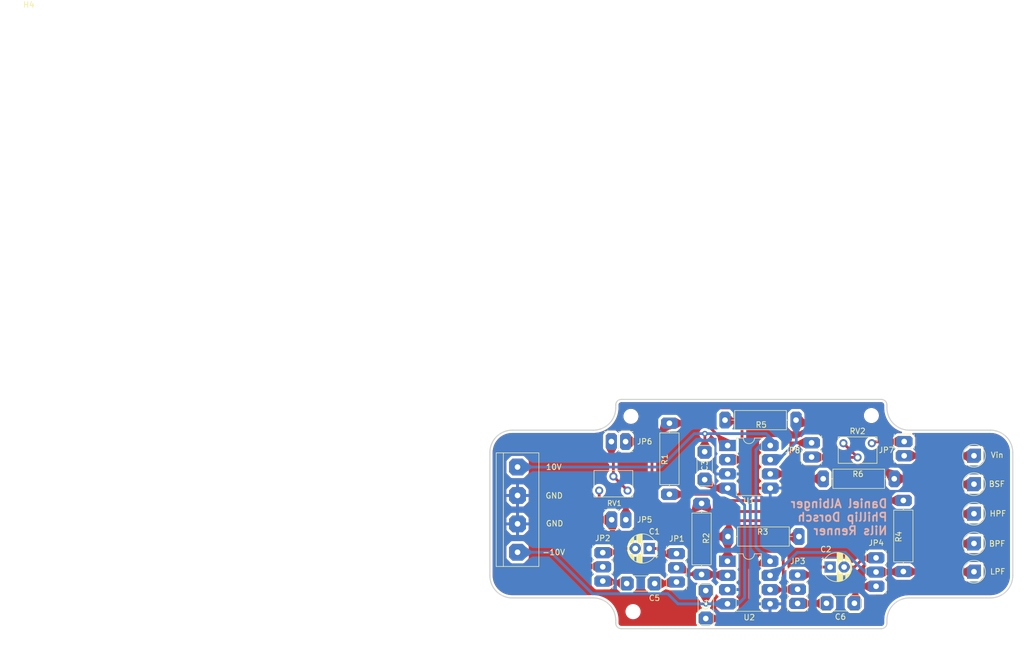
<source format=kicad_pcb>
(kicad_pcb (version 20241229) (generator "pcbnew") (generator_version "9.0")
  (layers (0 "F.Cu" signal) (2 "B.Cu" signal) (13 "F.Paste" user) (15 "B.Paste" user) (5 "F.SilkS" user "F.Silkscreen") (7 "B.SilkS" user "B.Silkscreen") (1 "F.Mask" user) (3 "B.Mask" user) (25 "Edge.Cuts" user))
  (net 0 "")
  (net 1 "/BPF")
  (net 2 "/LPF")
  (net 3 "GND")
  (net 4 "Net-(JP1-A)")
  (net 5 "Net-(JP2-A)")
  (net 6 "Net-(JP2-B)")
  (net 7 "Net-(JP3-B)")
  (net 8 "Vin")
  (net 9 "/HPF")
  (net 10 "/BSF")
  (net 11 "Net-(U1A--)")
  (net 12 "Net-(JP4-B)")
  (net 13 "Net-(JP3-A)")
  (net 14 "Net-(JP1-B)")
  (net 15 "Net-(JP4-A)")
  (net 16 "Net-(JP1-C)")
  (net 17 "Net-(JP3-C)")
  (net 18 "Net-(JP5-A)")
  (net 19 "Net-(JP6-A)")
  (net 20 "Net-(JP6-B)")
  (net 21 "Net-(JP7-B)")
  (net 22 "Net-(JP8-B)")
  (net 23 "+10")
  (net 24 "-10")
  (footprint "000_Footprints:Connector 3 Pin 2,54mm" (layer "F.Cu") (at 117.99 99.96 -90)
    (property "Reference" "JP1" (at -5.2 -0.05 0) (layer "F.SilkS"))
    (property "Value" "SolderJumper_3_Bridged123" (hide yes))
    (pad "1" thru_hole roundrect (at -2.54 0) (size 3 2) (drill 1) (layers "*.Cu" "*.Mask") (roundrect_rratio 0) (chamfer_ratio 0.2) (chamfer top_left top_right bottom_left bottom_right) (net 4 "Net-(JP1-A)"))
    (pad "2" thru_hole roundrect (at 0 0) (size 3 2) (drill 1) (layers "*.Cu" "*.Mask") (roundrect_rratio 0) (chamfer_ratio 0.2) (chamfer top_left top_right bottom_left bottom_right) (net 16 "Net-(JP1-C)"))
    (pad "3" thru_hole roundrect (at 2.54 0) (size 3 2) (drill 1) (layers "*.Cu" "*.Mask") (roundrect_rratio 0) (chamfer_ratio 0.2) (chamfer top_left top_right bottom_left bottom_right) (net 14 "Net-(JP1-B)"))
  )
  (footprint "000_Footprints:Connector 3 Pin 2,54mm" (layer "F.Cu") (at 139.65 103.795 -90)
    (property "Reference" "JP3" (at -5.015 -0.03 0) (layer "F.SilkS"))
    (property "Value" "SolderJumper_3_Bridged123" (hide yes))
    (pad "1" thru_hole roundrect (at -2.54 0) (size 3 2) (drill 1) (layers "*.Cu" "*.Mask") (roundrect_rratio 0) (chamfer_ratio 0.2) (chamfer top_left top_right bottom_left bottom_right) (net 13 "Net-(JP3-A)"))
    (pad "2" thru_hole roundrect (at 0 0) (size 3 2) (drill 1) (layers "*.Cu" "*.Mask") (roundrect_rratio 0) (chamfer_ratio 0.2) (chamfer top_left top_right bottom_left bottom_right) (net 17 "Net-(JP3-C)"))
    (pad "3" thru_hole roundrect (at 2.54 0) (size 3 2) (drill 1) (layers "*.Cu" "*.Mask") (roundrect_rratio 0) (chamfer_ratio 0.2) (chamfer top_left top_right bottom_left bottom_right) (net 7 "Net-(JP3-B)"))
  )
  (footprint "000_Footprints:DIP 8" (layer "F.Cu") (at 127.1075 98.78)
    (property "Reference" "U2" (hide yes))
    (property "Value" "TL082" (hide yes))
    (fp_text user "${REFERENCE}" (at 3.9025 10.043 0) (layer "F.SilkS"))
    (pad "1" thru_hole roundrect (at 0 0) (size 3 2) (drill 1) (layers "*.Cu" "*.Mask") (roundrect_rratio 0) (chamfer_ratio 0.2) (chamfer) (net 1 "/BPF"))
    (pad "2" thru_hole roundrect (at 0 2.54) (size 3 2) (drill 1) (layers "*.Cu" "*.Mask") (roundrect_rratio 0) (chamfer_ratio 0.2) (chamfer top_left top_right bottom_left bottom_right) (net 16 "Net-(JP1-C)"))
    (pad "3" thru_hole roundrect (at 0 5.08) (size 3 2) (drill 1) (layers "*.Cu" "*.Mask") (roundrect_rratio 0) (chamfer_ratio 0.2) (chamfer top_left top_right bottom_left bottom_right) (net 3 "GND"))
    (pad "4" thru_hole roundrect (at 0 7.62) (size 3 2) (drill 1) (layers "*.Cu" "*.Mask") (roundrect_rratio 0) (chamfer_ratio 0.2) (chamfer top_left top_right bottom_left bottom_right) (net 24 "-10"))
    (pad "5" thru_hole roundrect (at 7.62 7.62) (size 3 2) (drill 1) (layers "*.Cu" "*.Mask") (roundrect_rratio 0) (chamfer_ratio 0.2) (chamfer top_left top_right bottom_left bottom_right) (net 3 "GND"))
    (pad "6" thru_hole roundrect (at 7.62 5.08) (size 3 2) (drill 1) (layers "*.Cu" "*.Mask") (roundrect_rratio 0) (chamfer_ratio 0.2) (chamfer top_left top_right bottom_left bottom_right) (net 17 "Net-(JP3-C)"))
    (pad "7" thru_hole roundrect (at 7.62 2.54) (size 3 2) (drill 1) (layers "*.Cu" "*.Mask") (roundrect_rratio 0) (chamfer_ratio 0.2) (chamfer top_left top_right bottom_left bottom_right) (net 2 "/LPF"))
    (pad "8" thru_hole roundrect (at 7.62 0) (size 3 2) (drill 1) (layers "*.Cu" "*.Mask") (roundrect_rratio 0) (chamfer_ratio 0.2) (chamfer top_left top_right bottom_left bottom_right) (net 23 "+10"))
  )
  (footprint "000_Footprints:Resistor" (layer "F.Cu") (at 139.37 73.55 180)
    (property "Reference" "R5" (hide yes))
    (property "Value" "{RCOM}" (hide yes))
    (fp_text user "${REFERENCE}" (at 6.223 -0.8382 0) (layer "F.SilkS"))
    (pad "1" thru_hole roundrect (at 0 0 180) (size 2 3) (drill 1) (layers "*.Cu" "*.Mask") (roundrect_rratio 0) (chamfer_ratio 0.2) (chamfer top_left top_right bottom_left bottom_right) (net 10 "/BSF"))
    (pad "2" thru_hole roundrect (at 12.7 0 180) (size 2 3) (drill 1) (layers "*.Cu" "*.Mask") (roundrect_rratio 0) (chamfer_ratio 0.2) (chamfer top_left top_right bottom_left bottom_right) (net 11 "Net-(U1A--)"))
  )
  (footprint "000_Footprints:TestPoint" (layer "F.Cu") (at 171.19 95.61)
    (property "Reference" "TP1" (hide yes))
    (property "Value" "BPF" (at 4.14 0.04 0) (layer "F.SilkS"))
    (pad "1" thru_hole roundrect (at 0 0) (size 2.5 2.5) (drill 1) (layers "*.Cu" "*.Mask") (roundrect_rratio 0) (chamfer_ratio 0.2) (chamfer top_left bottom_right) (net 1 "/BPF"))
  )
  (footprint "000_Footprints:100nF" (layer "F.Cu") (at 123.23 109.03 90)
    (property "Reference" "C4" (hide yes))
    (property "Value" "100n" (hide yes))
    (fp_text user "${REFERENCE}" (at 2.5 0 90) (layer "F.SilkS"))
    (pad "1" thru_hole roundrect (at 0 0 90) (size 2.5 2.5) (drill 1) (layers "*.Cu" "*.Mask") (roundrect_rratio 0) (chamfer_ratio 0.2) (chamfer top_left top_right bottom_left bottom_right) (net 23 "+10"))
    (pad "2" thru_hole roundrect (at 5 0 90) (size 2.5 2.5) (drill 1) (layers "*.Cu" "*.Mask") (roundrect_rratio 0) (chamfer_ratio 0.2) (chamfer top_left top_right bottom_left bottom_right) (net 24 "-10"))
  )
  (footprint "000_Footprints:1-10uF" (layer "F.Cu") (at 113.125113 96.51 180)
    (property "Reference" "C1" (at -0.914887 3.04 0) (layer "F.SilkS"))
    (property "Value" "{CCOM}" (hide yes))
    (pad "1" thru_hole rect (at 0 0 180) (size 2 2) (drill 1) (layers "*.Cu" "*.Mask") (net 4 "Net-(JP1-A)"))
    (pad "2" thru_hole circle (at 2.5 0 180) (size 2 2) (drill 1) (layers "*.Cu" "*.Mask") (net 6 "Net-(JP2-B)"))
  )
  (footprint "000_Footprints:Terminal 4 Pol" (layer "F.Cu") (at 89.57 81.94 -90)
    (property "Reference" "J1" (hide yes))
    (property "Value" "Screw_Terminal_01x04" (hide yes))
    (property "Field4" "10V" (at 0 -6.49 0) (layer "F.SilkS"))
    (property "Field5" "GND" (at 10.1 -6.63 0) (layer "F.SilkS"))
    (property "Field6" "GND" (at 5.12 -6.55 0) (layer "F.SilkS"))
    (property "Field7" "-10V" (at 15.24 -6.48 0) (layer "F.SilkS"))
    (pad "1" thru_hole roundrect (at 0 0 270) (size 3 3) (drill 1) (layers "*.Cu" "*.Mask") (roundrect_rratio 0) (chamfer_ratio 0.2) (chamfer top_left top_right bottom_left bottom_right) (net 23 "+10"))
    (pad "2" thru_hole roundrect (at 5.08 0 270) (size 3 3) (drill 1) (layers "*.Cu" "*.Mask") (roundrect_rratio 0) (chamfer_ratio 0.2) (chamfer top_left top_right bottom_left bottom_right) (net 3 "GND"))
    (pad "3" thru_hole roundrect (at 10.16 0 270) (size 3 3) (drill 1) (layers "*.Cu" "*.Mask") (roundrect_rratio 0) (chamfer_ratio 0.2) (chamfer top_left top_right bottom_left bottom_right) (net 3 "GND"))
    (pad "4" thru_hole roundrect (at 15.24 0 270) (size 3 3) (drill 1) (layers "*.Cu" "*.Mask") (roundrect_rratio 0) (chamfer_ratio 0.2) (chamfer top_left top_right bottom_left bottom_right) (net 24 "-10"))
  )
  (footprint "MountingHole:MountingHole_2.2mm_M2_DIN965" (layer "F.Cu") (at 110.23 107.8)
    (property "Reference" "H3" (hide yes))
    (property "Value" "MountingHole" (hide yes))
    (pad "" np_thru_hole circle (at 0 0) (size 2.2 2.2) (drill 2.2) (layers "*.Cu" "*.Mask"))
  )
  (footprint "000_Footprints:Connector 2 Pin 2.54mm" (layer "F.Cu") (at 106.351638 77.391595 90)
    (property "Reference" "JP6" (at 0 5.938362 180) (layer "F.SilkS"))
    (property "Value" "Jumper_2_Small_Bridged" (hide yes))
    (pad "1" thru_hole roundrect (at 0 0 90) (size 3 2) (drill 1) (layers "*.Cu" "*.Mask") (roundrect_rratio 0) (chamfer_ratio 0.2) (chamfer top_left top_right bottom_left bottom_right) (net 19 "Net-(JP6-A)"))
    (pad "2" thru_hole roundrect (at 0 2.54 90) (size 3 2) (drill 1) (layers "*.Cu" "*.Mask") (roundrect_rratio 0) (chamfer_ratio 0.2) (chamfer top_left top_right bottom_left bottom_right) (net 20 "Net-(JP6-B)"))
  )
  (footprint "Potentiometer_THT:Potentiometer_Bourns_3266W_Vertical" (layer "F.Cu") (at 104.17 86.15 180)
    (property "Reference" "RV1" (hide yes))
    (property "Value" "10k")
    (fp_text user "${REFERENCE}" (at -2.71 -2.28 0) (layer "F.SilkS") (effects (font (size 0.91 0.91) (thickness 0.14))))
    (pad "1" thru_hole circle (at 0 0 180) (size 1.44 1.44) (drill 0.8) (layers "*.Cu" "*.Mask") (net 18 "Net-(JP5-A)"))
    (pad "2" thru_hole circle (at -2.54 2.54 180) (size 1.44 1.44) (drill 0.8) (layers "*.Cu" "*.Mask") (net 19 "Net-(JP6-A)"))
    (pad "3" thru_hole circle (at -5.08 0 180) (size 1.44 1.44) (drill 0.8) (layers "*.Cu" "*.Mask") (net 19 "Net-(JP6-A)"))
  )
  (footprint "000_Footprints:100nF" (layer "F.Cu") (at 114.09 102.77 180)
    (property "Reference" "C5" (hide yes))
    (property "Value" "{CCOM}" (hide yes))
    (fp_text user "${REFERENCE}" (at 0.04 -2.6 0) (layer "F.SilkS"))
    (pad "1" thru_hole roundrect (at 0 0 180) (size 2.5 2.5) (drill 1) (layers "*.Cu" "*.Mask") (roundrect_rratio 0) (chamfer_ratio 0.2) (chamfer top_left top_right bottom_left bottom_right) (net 14 "Net-(JP1-B)"))
    (pad "2" thru_hole roundrect (at 5 0 180) (size 2.5 2.5) (drill 1) (layers "*.Cu" "*.Mask") (roundrect_rratio 0) (chamfer_ratio 0.2) (chamfer top_left top_right bottom_left bottom_right) (net 5 "Net-(JP2-A)"))
  )
  (footprint "000_Footprints:Connector 2 Pin 2.54mm" (layer "F.Cu") (at 108.94 91.36 -90)
    (property "Reference" "JP5" (at 0 -3.35 0) (layer "F.SilkS"))
    (property "Value" "Jumper_2_Small_Bridged" (hide yes))
    (pad "1" thru_hole roundrect (at 0 0 270) (size 3 2) (drill 1) (layers "*.Cu" "*.Mask") (roundrect_rratio 0) (chamfer_ratio 0.2) (chamfer top_left top_right bottom_left bottom_right) (net 18 "Net-(JP5-A)"))
    (pad "2" thru_hole roundrect (at 0 2.54 270) (size 3 2) (drill 1) (layers "*.Cu" "*.Mask") (roundrect_rratio 0) (chamfer_ratio 0.2) (chamfer top_left top_right bottom_left bottom_right) (net 1 "/BPF"))
  )
  (footprint "000_Footprints:Resistor" (layer "F.Cu") (at 122.48 88.45 -90)
    (property "Reference" "R2" (hide yes))
    (property "Value" "{RCOM}" (hide yes))
    (fp_text user "${REFERENCE}" (at 6.223 -0.8382 90) (layer "F.SilkS"))
    (pad "1" thru_hole roundrect (at 0 0 270) (size 2 3) (drill 1) (layers "*.Cu" "*.Mask") (roundrect_rratio 0) (chamfer_ratio 0.2) (chamfer top_left top_right bottom_left bottom_right) (net 9 "/HPF"))
    (pad "2" thru_hole roundrect (at 12.7 0 270) (size 2 3) (drill 1) (layers "*.Cu" "*.Mask") (roundrect_rratio 0) (chamfer_ratio 0.2) (chamfer top_left top_right bottom_left bottom_right) (net 16 "Net-(JP1-C)"))
  )
  (footprint "000_Footprints:Connector 2 Pin 2.54mm" (layer "F.Cu") (at 158.71 79.92 180)
    (property "Reference" "JP7" (at 3.18 1 0) (layer "F.SilkS"))
    (property "Value" "Jumper_2_Small_Bridged" (hide yes))
    (pad "1" thru_hole roundrect (at 0 0 180) (size 3 2) (drill 1) (layers "*.Cu" "*.Mask") (roundrect_rratio 0) (chamfer_ratio 0.2) (chamfer top_left top_right bottom_left bottom_right) (net 8 "Vin"))
    (pad "2" thru_hole roundrect (at 0 2.54 180) (size 3 2) (drill 1) (layers "*.Cu" "*.Mask") (roundrect_rratio 0) (chamfer_ratio 0.2) (chamfer top_left top_right bottom_left bottom_right) (net 21 "Net-(JP7-B)"))
  )
  (footprint "000_Footprints:TestPoint" (layer "F.Cu") (at 171.19 100.656)
    (property "Reference" "TP2" (hide yes))
    (property "Value" "LPF" (at 4.24 -0.014 0) (layer "F.SilkS"))
    (pad "1" thru_hole roundrect (at 0 0) (size 2.5 2.5) (drill 1) (layers "*.Cu" "*.Mask") (roundrect_rratio 0) (chamfer_ratio 0.2) (chamfer top_left bottom_right) (net 2 "/LPF"))
  )
  (footprint "000_Footprints:Resistor" (layer "F.Cu") (at 144.23 84.04)
    (property "Reference" "R6" (hide yes))
    (property "Value" "{RCOM}" (hide yes))
    (fp_text user "${REFERENCE}" (at 6.223 -0.8382 0) (layer "F.SilkS"))
    (pad "1" thru_hole roundrect (at 0 0) (size 2 3) (drill 1) (layers "*.Cu" "*.Mask") (roundrect_rratio 0) (chamfer_ratio 0.2) (chamfer top_left top_right bottom_left bottom_right) (net 20 "Net-(JP6-B)"))
    (pad "2" thru_hole roundrect (at 12.7 0) (size 2 3) (drill 1) (layers "*.Cu" "*.Mask") (roundrect_rratio 0) (chamfer_ratio 0.2) (chamfer top_left top_right bottom_left bottom_right) (net 10 "/BSF"))
  )
  (footprint "000_Footprints:100nF" (layer "F.Cu") (at 144.81 106.3)
    (property "Reference" "C6" (hide yes))
    (property "Value" "{CCOM}" (hide yes))
    (fp_text user "${REFERENCE}" (at 2.5 2.43 0) (layer "F.SilkS"))
    (pad "1" thru_hole roundrect (at 0 0) (size 2.5 2.5) (drill 1) (layers "*.Cu" "*.Mask") (roundrect_rratio 0) (chamfer_ratio 0.2) (chamfer top_left top_right bottom_left bottom_right) (net 7 "Net-(JP3-B)"))
    (pad "2" thru_hole roundrect (at 5 0) (size 2.5 2.5) (drill 1) (layers "*.Cu" "*.Mask") (roundrect_rratio 0) (chamfer_ratio 0.2) (chamfer top_left top_right bottom_left bottom_right) (net 15 "Net-(JP4-A)"))
  )
  (footprint "000_Footprints:Connector 3 Pin 2,54mm" (layer "F.Cu") (at 153.68 100.72 90)
    (property "Reference" "JP4" (at 5.21 0.03 0) (layer "F.SilkS"))
    (property "Value" "SolderJumper_3_Bridged123" (hide yes))
    (pad "1" thru_hole roundrect (at -2.54 0 180) (size 3 2) (drill 1) (layers "*.Cu" "*.Mask") (roundrect_rratio 0) (chamfer_ratio 0.2) (chamfer top_left top_right bottom_left bottom_right) (net 15 "Net-(JP4-A)"))
    (pad "2" thru_hole roundrect (at 0 0 180) (size 3 2) (drill 1) (layers "*.Cu" "*.Mask") (roundrect_rratio 0) (chamfer_ratio 0.2) (chamfer top_left top_right bottom_left bottom_right) (net 2 "/LPF"))
    (pad "3" thru_hole roundrect (at 2.54 0 180) (size 3 2) (drill 1) (layers "*.Cu" "*.Mask") (roundrect_rratio 0) (chamfer_ratio 0.2) (chamfer top_left top_right bottom_left bottom_right) (net 12 "Net-(JP4-B)"))
  )
  (footprint "000_Footprints:Connector 3 Pin 2,54mm" (layer "F.Cu") (at 104.81 99.79 90)
    (property "Reference" "JP2" (at 5.12 -0.01 0) (layer "F.SilkS"))
    (property "Value" "SolderJumper_3_Bridged123" (hide yes))
    (pad "1" thru_hole roundrect (at -2.54 0 180) (size 3 2) (drill 1) (layers "*.Cu" "*.Mask") (roundrect_rratio 0) (chamfer_ratio 0.2) (chamfer top_left top_right bottom_left bottom_right) (net 5 "Net-(JP2-A)"))
    (pad "2" thru_hole roundrect (at 0 0 180) (size 3 2) (drill 1) (layers "*.Cu" "*.Mask") (roundrect_rratio 0) (chamfer_ratio 0.2) (chamfer top_left top_right bottom_left bottom_right) (net 1 "/BPF"))
    (pad "3" thru_hole roundrect (at 2.54 0 180) (size 3 2) (drill 1) (layers "*.Cu" "*.Mask") (roundrect_rratio 0) (chamfer_ratio 0.2) (chamfer top_left top_right bottom_left bottom_right) (net 6 "Net-(JP2-B)"))
  )
  (footprint "000_Footprints:Resistor" (layer "F.Cu") (at 158.56 100.62 90)
    (property "Reference" "R4" (hide yes))
    (property "Value" "{RCOM}" (hide yes))
    (fp_text user "${REFERENCE}" (at 6.223 -0.8382 90) (layer "F.SilkS"))
    (pad "1" thru_hole roundrect (at 0 0 90) (size 2 3) (drill 1) (layers "*.Cu" "*.Mask") (roundrect_rratio 0) (chamfer_ratio 0.2) (chamfer top_left top_right bottom_left bottom_right) (net 2 "/LPF"))
    (pad "2" thru_hole roundrect (at 12.7 0 90) (size 2 3) (drill 1) (layers "*.Cu" "*.Mask") (roundrect_rratio 0) (chamfer_ratio 0.2) (chamfer top_left top_right bottom_left bottom_right) (net 11 "Net-(U1A--)"))
  )
  (footprint "Potentiometer_THT:Potentiometer_Bourns_3266W_Vertical" (layer "F.Cu") (at 152.92 77.68)
    (property "Reference" "RV2" (at -2.54 -2.15 0) (layer "F.SilkS"))
    (property "Value" "1k" (hide yes))
    (pad "1" thru_hole circle (at 0 0) (size 1.44 1.44) (drill 0.8) (layers "*.Cu" "*.Mask") (net 21 "Net-(JP7-B)"))
    (pad "2" thru_hole circle (at -2.54 2.54) (size 1.44 1.44) (drill 0.8) (layers "*.Cu" "*.Mask") (net 22 "Net-(JP8-B)"))
    (pad "3" thru_hole circle (at -5.08 0) (size 1.44 1.44) (drill 0.8) (layers "*.Cu" "*.Mask") (net 22 "Net-(JP8-B)"))
  )
  (footprint "MountingHole:MountingHole_2.2mm_M2_DIN965" (layer "F.Cu") (at 152.85 72.73)
    (property "Reference" "H2" (hide yes))
    (property "Value" "MountingHole" (hide yes))
    (pad "" np_thru_hole circle (at 0 0) (size 2.2 2.2) (drill 2.2) (layers "*.Cu" "*.Mask"))
  )
  (footprint "MountingHole:MountingHole_2.2mm_M2_DIN965" (layer "F.Cu") (at 109.85 72.88)
    (property "Reference" "H1" (hide yes))
    (property "Value" "MountingHole" (hide yes))
    (pad "" np_thru_hole circle (at 0 0) (size 2.2 2.2) (drill 2.2) (layers "*.Cu" "*.Mask"))
  )
  (footprint "000_Footprints:100nF" (layer "F.Cu") (at 123.03 79.2 -90)
    (property "Reference" "C3" (hide yes))
    (property "Value" "100n" (hide yes))
    (fp_text user "${REFERENCE}" (at 2.5 0 90) (layer "F.SilkS"))
    (pad "1" thru_hole roundrect (at 0 0 270) (size 2.5 2.5) (drill 1) (layers "*.Cu" "*.Mask") (roundrect_rratio 0) (chamfer_ratio 0.2) (chamfer top_left top_right bottom_left bottom_right) (net 23 "+10"))
    (pad "2" thru_hole roundrect (at 5 0 270) (size 2.5 2.5) (drill 1) (layers "*.Cu" "*.Mask") (roundrect_rratio 0) (chamfer_ratio 0.2) (chamfer top_left top_right bottom_left bottom_right) (net 24 "-10"))
  )
  (footprint "000_Footprints:DIP 8" (layer "F.Cu") (at 127.1375 78.09)
    (property "Reference" "U1" (hide yes))
    (property "Value" "TL082" (hide yes))
    (fp_text user "${REFERENCE}" (at 3.8125 9.9 0) (layer "F.SilkS"))
    (pad "1" thru_hole roundrect (at 0 0) (size 3 2) (drill 1) (layers "*.Cu" "*.Mask") (roundrect_rratio 0) (chamfer_ratio 0.2) (chamfer) (net 9 "/HPF"))
    (pad "2" thru_hole roundrect (at 0 2.54) (size 3 2) (drill 1) (layers "*.Cu" "*.Mask") (roundrect_rratio 0) (chamfer_ratio 0.2) (chamfer top_left top_right bottom_left bottom_right) (net 11 "Net-(U1A--)"))
    (pad "3" thru_hole roundrect (at 0 5.08) (size 3 2) (drill 1) (layers "*.Cu" "*.Mask") (roundrect_rratio 0) (chamfer_ratio 0.2) (chamfer top_left top_right bottom_left bottom_right) (net 3 "GND"))
    (pad "4" thru_hole roundrect (at 0 7.62) (size 3 2) (drill 1) (layers "*.Cu" "*.Mask") (roundrect_rratio 0) (chamfer_ratio 0.2) (chamfer top_left top_right bottom_left bottom_right) (net 24 "-10"))
    (pad "5" thru_hole roundrect (at 7.62 7.62) (size 3 2) (drill 1) (layers "*.Cu" "*.Mask") (roundrect_rratio 0) (chamfer_ratio 0.2) (chamfer top_left top_right bottom_left bottom_right) (net 3 "GND"))
    (pad "6" thru_hole roundrect (at 7.62 5.08) (size 3 2) (drill 1) (layers "*.Cu" "*.Mask") (roundrect_rratio 0) (chamfer_ratio 0.2) (chamfer top_left top_right bottom_left bottom_right) (net 20 "Net-(JP6-B)"))
    (pad "7" thru_hole roundrect (at 7.62 2.54) (size 3 2) (drill 1) (layers "*.Cu" "*.Mask") (roundrect_rratio 0) (chamfer_ratio 0.2) (chamfer top_left top_right bottom_left bottom_right) (net 10 "/BSF"))
    (pad "8" thru_hole roundrect (at 7.62 0) (size 3 2) (drill 1) (layers "*.Cu" "*.Mask") (roundrect_rratio 0) (chamfer_ratio 0.2) (chamfer top_left top_right bottom_left bottom_right) (net 23 "+10"))
  )
  (footprint "000_Footprints:Connector 2 Pin 2.54mm" (layer "F.Cu") (at 142.15 77.61)
    (property "Reference" "JP8" (at -3.4 1.35 0) (layer "F.SilkS"))
    (property "Value" "Jumper_2_Small_Bridged" (hide yes))
    (pad "1" thru_hole roundrect (at 0 0) (size 3 2) (drill 1) (layers "*.Cu" "*.Mask") (roundrect_rratio 0) (chamfer_ratio 0.2) (chamfer top_left top_right bottom_left bottom_right) (net 20 "Net-(JP6-B)"))
    (pad "2" thru_hole roundrect (at 0 2.54) (size 3 2) (drill 1) (layers "*.Cu" "*.Mask") (roundrect_rratio 0) (chamfer_ratio 0.2) (chamfer top_left top_right bottom_left bottom_right) (net 22 "Net-(JP8-B)"))
  )
  (footprint "MountingHole:MountingHole_2.2mm_M2_DIN965" (layer "F.Cu") (at 2.175 2.175)
    (property "Reference" "H4" (at 0 -2.9 0) (layer "F.SilkS"))
    (property "Value" "MountingHole")
    (pad "" np_thru_hole circle (at 0 0) (size 2.2 2.2) (drill 2.2) (layers "*.Cu" "*.Mask"))
  )
  (footprint "000_Footprints:Resistor" (layer "F.Cu") (at 116.73 86.81 90)
    (property "Reference" "R1" (hide yes))
    (property "Value" "{RCOM}" (hide yes))
    (fp_text user "${REFERENCE}" (at 6.223 -0.8382 90) (layer "F.SilkS"))
    (pad "1" thru_hole roundrect (at 0 0 90) (size 2 3) (drill 1) (layers "*.Cu" "*.Mask") (roundrect_rratio 0) (chamfer_ratio 0.2) (chamfer top_left top_right bottom_left bottom_right) (net 11 "Net-(U1A--)"))
    (pad "2" thru_hole roundrect (at 12.7 0 90) (size 2 3) (drill 1) (layers "*.Cu" "*.Mask") (roundrect_rratio 0) (chamfer_ratio 0.2) (chamfer top_left top_right bottom_left bottom_right) (net 9 "/HPF"))
  )
  (footprint "000_Footprints:TestPoint" (layer "F.Cu") (at 171.19 85)
    (property "Reference" "TP5" (hide yes))
    (property "Value" "BSF" (at 4.09 -0.026 0) (layer "F.SilkS"))
    (pad "1" thru_hole roundrect (at 0 0) (size 2.5 2.5) (drill 1) (layers "*.Cu" "*.Mask") (roundrect_rratio 0) (chamfer_ratio 0.2) (chamfer top_left bottom_right) (net 10 "/BSF"))
  )
  (footprint "000_Footprints:1-10uF" (layer "F.Cu") (at 145.464888 99.82)
    (property "Reference" "C2" (at -0.754888 -3.16 0) (layer "F.SilkS"))
    (property "Value" "{CCOM}" (hide yes))
    (pad "1" thru_hole rect (at 0 0) (size 2 2) (drill 1) (layers "*.Cu" "*.Mask") (net 13 "Net-(JP3-A)"))
    (pad "2" thru_hole circle (at 2.5 0) (size 2 2) (drill 1) (layers "*.Cu" "*.Mask") (net 12 "Net-(JP4-B)"))
  )
  (footprint "000_Footprints:TestPoint" (layer "F.Cu") (at 171.19 79.92)
    (property "Reference" "TP4" (hide yes))
    (property "Value" "Vin" (at 4.14 -0.122 0) (layer "F.SilkS"))
    (pad "1" thru_hole roundrect (at 0 0) (size 2.5 2.5) (drill 1) (layers "*.Cu" "*.Mask") (roundrect_rratio 0) (chamfer_ratio 0.2) (chamfer top_left bottom_right) (net 8 "Vin"))
  )
  (footprint "000_Footprints:TestPoint" (layer "F.Cu") (at 171.19 90.288)
    (property "Reference" "TP3" (hide yes))
    (property "Value" "HPF" (at 4.28 -0.018 0) (layer "F.SilkS"))
    (pad "1" thru_hole roundrect (at 0 0) (size 2.5 2.5) (drill 1) (layers "*.Cu" "*.Mask") (roundrect_rratio 0) (chamfer_ratio 0.2) (chamfer top_left bottom_right) (net 9 "/HPF"))
  )
  (footprint "000_Footprints:Resistor" (layer "F.Cu") (at 127.19 94.37)
    (property "Reference" "R3" (hide yes))
    (property "Value" "{RCOM}" (hide yes))
    (fp_text user "${REFERENCE}" (at 6.223 -0.8382 0) (layer "F.SilkS"))
    (pad "1" thru_hole roundrect (at 0 0) (size 2 3) (drill 1) (layers "*.Cu" "*.Mask") (roundrect_rratio 0) (chamfer_ratio 0.2) (chamfer top_left top_right bottom_left bottom_right) (net 1 "/BPF"))
    (pad "2" thru_hole roundrect (at 12.7 0) (size 2 3) (drill 1) (layers "*.Cu" "*.Mask") (roundrect_rratio 0) (chamfer_ratio 0.2) (chamfer top_left top_right bottom_left bottom_right) (net 17 "Net-(JP3-C)"))
  )
  (gr_arc (start 178.128436 101.348465) (mid 176.956876 104.176869) (end 174.11788 105.348425) (stroke (width 0.2)) (layer "Edge.Cuts"))
  (gr_line (start 107.128436 109.848422) (end 107.128436 109.348425) (stroke (width 0.2)) (layer "Edge.Cuts"))
  (gr_arc (start 88.628436 105.348425) (mid 85.800009 104.176852) (end 84.628436 101.348426) (stroke (width 0.2)) (layer "Edge.Cuts"))
  (gr_arc (start 154.628462 69.848425) (mid 155.33554 70.14132) (end 155.628436 70.859954) (stroke (width 0.2)) (layer "Edge.Cuts"))
  (gr_line (start 155.628436 70.859954) (end 155.628436 71.348425) (stroke (width 0.2)) (layer "Edge.Cuts"))
  (gr_arc (start 103.128436 105.348425) (mid 105.956863 106.519998) (end 107.128436 109.348425) (stroke (width 0.2)) (layer "Edge.Cuts"))
  (gr_line (start 159.628432 75.348425) (end 174.128462 75.348425) (stroke (width 0.2)) (layer "Edge.Cuts"))
  (gr_line (start 84.628436 101.348426) (end 84.628436 79.348425) (stroke (width 0.2)) (layer "Edge.Cuts"))
  (gr_arc (start 159.628432 75.348425) (mid 156.800006 74.176854) (end 155.628436 71.348425) (stroke (width 0.2)) (layer "Edge.Cuts"))
  (gr_line (start 103.128436 105.348425) (end 88.628436 105.348425) (stroke (width 0.2)) (layer "Edge.Cuts"))
  (gr_line (start 174.11788 105.348425) (end 159.621514 105.348425) (stroke (width 0.2)) (layer "Edge.Cuts"))
  (gr_line (start 178.128436 79.371616) (end 178.128436 101.348465) (stroke (width 0.2)) (layer "Edge.Cuts"))
  (gr_arc (start 84.628436 79.348425) (mid 85.800009 76.519998) (end 88.628437 75.348425) (stroke (width 0.2)) (layer "Edge.Cuts"))
  (gr_line (start 88.628437 75.348425) (end 103.128436 75.348425) (stroke (width 0.2)) (layer "Edge.Cuts"))
  (gr_arc (start 174.128462 75.348425) (mid 176.956867 76.519996) (end 178.128436 79.371616) (stroke (width 0.2)) (layer "Edge.Cuts"))
  (gr_arc (start 108.12844 110.848425) (mid 107.42133 110.555531) (end 107.128436 109.848422) (stroke (width 0.2)) (layer "Edge.Cuts"))
  (gr_line (start 108.128435 69.848425) (end 154.628462 69.848425) (stroke (width 0.2)) (layer "Edge.Cuts"))
  (gr_line (start 154.623364 110.848425) (end 108.12844 110.848425) (stroke (width 0.2)) (layer "Edge.Cuts"))
  (gr_line (start 155.628436 109.348435) (end 155.628436 109.848465) (stroke (width 0.2)) (layer "Edge.Cuts"))
  (gr_arc (start 155.628436 109.348435) (mid 156.800009 106.519999) (end 159.621514 105.348425) (stroke (width 0.2)) (layer "Edge.Cuts"))
  (gr_arc (start 155.628436 109.848465) (mid 155.335555 110.555548) (end 154.623364 110.848425) (stroke (width 0.2)) (layer "Edge.Cuts"))
  (gr_line (start 107.128436 71.348425) (end 107.128436 70.848424) (stroke (width 0.2)) (layer "Edge.Cuts"))
  (gr_arc (start 107.128436 70.848424) (mid 107.421329 70.141318) (end 108.128435 69.848425) (stroke (width 0.2)) (layer "Edge.Cuts"))
  (gr_arc (start 107.128436 71.348425) (mid 105.956863 74.176852) (end 103.128436 75.348425) (stroke (width 0.2)) (layer "Edge.Cuts"))
  (gr_text "Daniel Albinger\nPhillip Dorsch\nNils Renner" (at 155.86 94.2 0) (layer "B.SilkS") (effects (font (size 1.5 1.5) (thickness 0.3) (bold yes)) (justify left bottom mirror)))
  (segment (start 103.12 91.36) (end 102.04 92.44) (width 0.5) (layer "F.Cu") (net 1))
  (segment (start 171.19 95.61) (end 147.55 95.61) (width 0.5) (layer "F.Cu") (net 1))
  (segment (start 102.04 99.19) (end 102.64 99.79) (width 0.5) (layer "F.Cu") (net 1))
  (segment (start 143.47 91.53) (end 128.02 91.53) (width 0.5) (layer "F.Cu") (net 1))
  (segment (start 106.4 91.36) (end 103.12 91.36) (width 0.5) (layer "F.Cu") (net 1))
  (segment (start 127.1075 94.4525) (end 127.19 94.37) (width 0.5) (layer "F.Cu") (net 1))
  (segment (start 127.19 92.36) (end 127.19 94.37) (width 0.5) (layer "F.Cu") (net 1))
  (segment (start 128.02 91.53) (end 127.19 92.36) (width 0.5) (layer "F.Cu") (net 1))
  (segment (start 127.19 94.37) (end 107.4 94.37) (width 0.5) (layer "F.Cu") (net 1))
  (segment (start 102.04 92.44) (end 102.04 99.19) (width 0.5) (layer "F.Cu") (net 1))
  (segment (start 102.64 99.79) (end 104.81 99.79) (width 0.5) (layer "F.Cu") (net 1))
  (segment (start 107.4 94.37) (end 106.4 93.37) (width 0.5) (layer "F.Cu") (net 1))
  (segment (start 106.4 93.37) (end 106.4 91.36) (width 0.5) (layer "F.Cu") (net 1))
  (segment (start 127.1075 98.78) (end 127.1075 94.4525) (width 0.5) (layer "F.Cu") (net 1))
  (segment (start 147.55 95.61) (end 143.47 91.53) (width 0.5) (layer "F.Cu") (net 1))
  (segment (start 158.596 100.656) (end 171.19 100.656) (width 0.5) (layer "F.Cu") (net 2))
  (segment (start 158.46 100.72) (end 158.56 100.62) (width 0.5) (layer "F.Cu") (net 2))
  (segment (start 158.56 100.62) (end 158.596 100.656) (width 0.5) (layer "F.Cu") (net 2))
  (segment (start 153.68 100.72) (end 158.46 100.72) (width 0.5) (layer "F.Cu") (net 2))
  (segment (start 151.7 100.72) (end 153.68 100.72) (width 0.5) (layer "B.Cu") (net 2))
  (segment (start 148.19 97.21) (end 151.7 100.72) (width 0.5) (layer "B.Cu") (net 2))
  (segment (start 134.7275 101.32) (end 135.46 101.32) (width 0.5) (layer "B.Cu") (net 2))
  (segment (start 135.46 101.32) (end 139.57 97.21) (width 0.5) (layer "B.Cu") (net 2))
  (segment (start 139.57 97.21) (end 148.19 97.21) (width 0.5) (layer "B.Cu") (net 2))
  (segment (start 114.52 96.51) (end 115.43 97.42) (width 0.5) (layer "F.Cu") (net 4))
  (segment (start 113.125113 96.51) (end 114.52 96.51) (width 0.5) (layer "F.Cu") (net 4))
  (segment (start 115.43 97.42) (end 117.99 97.42) (width 0.5) (layer "F.Cu") (net 4))
  (segment (start 104.81 102.33) (end 106.83 102.33) (width 0.5) (layer "F.Cu") (net 5))
  (segment (start 106.83 102.33) (end 107.27 102.77) (width 0.5) (layer "F.Cu") (net 5))
  (segment (start 107.27 102.77) (end 109.09 102.77) (width 0.5) (layer "F.Cu") (net 5))
  (segment (start 104.81 97.25) (end 106.98 97.25) (width 0.5) (layer "F.Cu") (net 6))
  (segment (start 107.72 96.51) (end 110.625113 96.51) (width 0.5) (layer "F.Cu") (net 6))
  (segment (start 106.98 97.25) (end 107.72 96.51) (width 0.5) (layer "F.Cu") (net 6))
  (segment (start 139.65 106.335) (end 144.775 106.335) (width 0.5) (layer "F.Cu") (net 7))
  (segment (start 144.775 106.335) (end 144.81 106.3) (width 0.5) (layer "F.Cu") (net 7))
  (segment (start 171.19 79.92) (end 158.71 79.92) (width 0.5) (layer "F.Cu") (net 8))
  (segment (start 161.798 90.288) (end 161.4 89.89) (width 0.5) (layer "F.Cu") (net 9))
  (segment (start 115.12 89.94) (end 113.61 88.43) (width 0.5) (layer "F.Cu") (net 9))
  (segment (start 123.21 74.11) (end 116.73 74.11) (width 0.5) (layer "F.Cu") (net 9))
  (segment (start 123.92 89.89) (end 122.48 88.45) (width 0.5) (layer "F.Cu") (net 9))
  (segment (start 113.61 77.23) (end 116.73 74.11) (width 0.5) (layer "F.Cu") (net 9))
  (segment (start 113.61 88.43) (end 113.61 77.23) (width 0.5) (layer "F.Cu") (net 9))
  (segment (start 171.19 90.288) (end 161.798 90.288) (width 0.5) (layer "F.Cu") (net 9))
  (segment (start 127.1375 78.09) (end 127.1375 78.0375) (width 0.5) (layer "F.Cu") (net 9))
  (segment (start 122.48 88.45) (end 120.99 89.94) (width 0.5) (layer "F.Cu") (net 9))
  (segment (start 127.1375 78.0375) (end 123.21 74.11) (width 0.5) (layer "F.Cu") (net 9))
  (segment (start 120.99 89.94) (end 115.12 89.94) (width 0.5) (layer "F.Cu") (net 9))
  (segment (start 161.4 89.89) (end 123.92 89.89) (width 0.5) (layer "F.Cu") (net 9))
  (segment (start 156.93 84.04) (end 147.17 74.28) (width 0.5) (layer "F.Cu") (net 10))
  (segment (start 162.32 85) (end 161.36 84.04) (width 0.5) (layer "F.Cu") (net 10))
  (segment (start 161.36 84.04) (end 156.93 84.04) (width 0.5) (layer "F.Cu") (net 10))
  (segment (start 140.1 74.28) (end 139.37 73.55) (width 0.5) (layer "F.Cu") (net 10))
  (segment (start 147.17 74.28) (end 140.1 74.28) (width 0.5) (layer "F.Cu") (net 10))
  (segment (start 171.19 85) (end 162.32 85) (width 0.5) (layer "F.Cu") (net 10))
  (segment (start 139.37 73.55) (end 139.41 73.59) (width 0.5) (layer "B.Cu") (net 10))
  (segment (start 139.41 77.4775) (end 136.2575 80.63) (width 0.5) (layer "B.Cu") (net 10))
  (segment (start 139.41 73.59) (end 139.41 77.4775) (width 0.5) (layer "B.Cu") (net 10))
  (segment (start 136.2575 80.63) (end 134.7575 80.63) (width 0.5) (layer "B.Cu") (net 10))
  (segment (start 158.56 87.92) (end 158.54 87.94) (width 0.5) (layer "F.Cu") (net 11))
  (segment (start 129.08 80.63) (end 127.1375 80.63) (width 0.5) (layer "F.Cu") (net 11))
  (segment (start 129.13 80.63) (end 130.36 81.86) (width 0.5) (layer "F.Cu") (net 11))
  (segment (start 125.71 87.93) (end 124.59 86.81) (width 0.5) (layer "F.Cu") (net 11))
  (segment (start 129.71 80) (end 129.08 80.63) (width 0.5) (layer "F.Cu") (net 11))
  (segment (start 130.36 87.94) (end 130.35 87.93) (width 0.5) (layer "F.Cu") (net 11))
  (segment (start 130.36 81.86) (end 130.36 87.94) (width 0.5) (layer "F.Cu") (net 11))
  (segment (start 126.69 73.53) (end 128.13 73.53) (width 0.5) (layer "F.Cu") (net 11))
  (segment (start 129.71 75.11) (end 129.71 80) (width 0.5) (layer "F.Cu") (net 11))
  (segment (start 128.13 73.53) (end 129.71 75.11) (width 0.5) (layer "F.Cu") (net 11))
  (segment (start 130.35 87.93) (end 125.71 87.93) (width 0.5) (layer "F.Cu") (net 11))
  (segment (start 126.67 73.55) (end 126.69 73.53) (width 0.5) (layer "F.Cu") (net 11))
  (segment (start 158.54 87.94) (end 130.36 87.94) (width 0.5) (layer "F.Cu") (net 11))
  (segment (start 127.1375 80.63) (end 129.13 80.63) (width 0.5) (layer "F.Cu") (net 11))
  (segment (start 124.59 86.81) (end 116.73 86.81) (width 0.5) (layer "F.Cu") (net 11))
  (segment (start 147.964888 99.82) (end 147.974888 99.83) (width 0.5) (layer "F.Cu") (net 12))
  (segment (start 151.47 98.18) (end 153.68 98.18) (width 0.5) (layer "F.Cu") (net 12))
  (segment (start 149.82 99.83) (end 151.47 98.18) (width 0.5) (layer "F.Cu") (net 12))
  (segment (start 147.974888 99.83) (end 149.82 99.83) (width 0.5) (layer "F.Cu") (net 12))
  (segment (start 139.65 101.255) (end 141.895 101.255) (width 0.5) (layer "F.Cu") (net 13))
  (segment (start 143.33 99.82) (end 145.464888 99.82) (width 0.5) (layer "F.Cu") (net 13))
  (segment (start 141.895 101.255) (end 143.33 99.82) (width 0.5) (layer "F.Cu") (net 13))
  (segment (start 114.09 102.77) (end 117.72 102.77) (width 0.5) (layer "F.Cu") (net 14))
  (segment (start 117.72 102.77) (end 117.99 102.5) (width 0.5) (layer "F.Cu") (net 14))
  (segment (start 149.81 106.3) (end 149.81 104.58) (width 0.5) (layer "F.Cu") (net 15))
  (segment (start 151.13 103.26) (end 153.68 103.26) (width 0.5) (layer "F.Cu") (net 15))
  (segment (start 149.81 104.58) (end 151.13 103.26) (width 0.5) (layer "F.Cu") (net 15))
  (segment (start 119.37 99.96) (end 120.57 101.16) (width 0.5) (layer "F.Cu") (net 16))
  (segment (start 120.58 101.15) (end 122.48 101.15) (width 0.5) (layer "F.Cu") (net 16))
  (segment (start 117.99 99.96) (end 119.37 99.96) (width 0.5) (layer "F.Cu") (net 16))
  (segment (start 126.9375 101.15) (end 127.1075 101.32) (width 0.5) (layer "F.Cu") (net 16))
  (segment (start 120.57 101.16) (end 120.58 101.15) (width 0.5) (layer "F.Cu") (net 16))
  (segment (start 122.48 101.15) (end 126.9375 101.15) (width 0.5) (layer "F.Cu") (net 16))
  (segment (start 137.09 103.86) (end 139.585 103.86) (width 0.5) (layer "F.Cu") (net 17))
  (segment (start 134.7275 103.86) (end 137.09 103.86) (width 0.5) (layer "F.Cu") (net 17))
  (segment (start 139.585 103.86) (end 139.65 103.795) (width 0.5) (layer "F.Cu") (net 17))
  (segment (start 137.09 103.86) (end 137.09 95.54) (width 0.5) (layer "F.Cu") (net 17))
  (segment (start 137.09 95.54) (end 138.26 94.37) (width 0.5) (layer "F.Cu") (net 17))
  (segment (start 138.26 94.37) (end 139.89 94.37) (width 0.5) (layer "F.Cu") (net 17))
  (segment (start 104.17 87.3) (end 105.14 88.27) (width 0.5) (layer "F.Cu") (net 18))
  (segment (start 105.14 88.27) (end 108.18 88.27) (width 0.5) (layer "F.Cu") (net 18))
  (segment (start 108.18 88.27) (end 108.94 89.03) (width 0.5) (layer "F.Cu") (net 18))
  (segment (start 108.94 89.09) (end 108.94 91.36) (width 0.5) (layer "F.Cu") (net 18))
  (segment (start 108.94 89.03) (end 108.94 89.09) (width 0.5) (layer "F.Cu") (net 18))
  (segment (start 104.17 86.15) (end 104.17 87.3) (width 0.5) (layer "F.Cu") (net 18))
  (segment (start 106.71 81.14) (end 106.71 83.61) (width 0.5) (layer "F.Cu") (net 19))
  (segment (start 106.351638 77.391595) (end 106.351638 80.781638) (width 0.5) (layer "F.Cu") (net 19))
  (segment (start 106.71 77.749957) (end 106.351638 77.391595) (width 0.5) (layer "F.Cu") (net 19))
  (segment (start 106.351638 80.781638) (end 106.71 81.14) (width 0.5) (layer "F.Cu") (net 19))
  (segment (start 109.25 86.15) (end 106.71 83.61) (width 0.5) (layer "F.Cu") (net 19))
  (segment (start 138.44 77.61) (end 142.15 77.61) (width 0.5) (layer "F.Cu") (net 20))
  (segment (start 139.04 83.17) (end 138.47 83.17) (width 0.5) (layer "F.Cu") (net 20))
  (segment (start 139.91 84.04) (end 139.04 83.17) (width 0.5) (layer "F.Cu") (net 20))
  (segment (start 114.72 71.36) (end 132.19 71.36) (width 0.5) (layer "F.Cu") (net 20))
  (segment (start 111.908405 77.391595) (end 113.51 75.79) (width 0.5) (layer "F.Cu") (net 20))
  (segment (start 113.51 75.79) (end 113.51 72.57) (width 0.5) (layer "F.Cu") (net 20))
  (segment (start 113.51 72.57) (end 114.72 71.36) (width 0.5) (layer "F.Cu") (net 20))
  (segment (start 144.23 84.04) (end 139.91 84.04) (width 0.5) (layer "F.Cu") (net 20))
  (segment (start 138.44 83.14) (end 138.47 83.17) (width 0.5) (layer "F.Cu") (net 20))
  (segment (start 132.19 71.36) (end 138.44 77.61) (width 0.5) (layer "F.Cu") (net 20))
  (segment (start 138.47 83.17) (end 134.7575 83.17) (width 0.5) (layer "F.Cu") (net 20))
  (segment (start 138.44 77.61) (end 138.44 83.14) (width 0.5) (layer "F.Cu") (net 20))
  (segment (start 108.891638 77.391595) (end 111.908405 77.391595) (width 0.5) (layer "F.Cu") (net 20))
  (segment (start 158.65 77.44) (end 153.16 77.44) (width 0.5) (layer "F.Cu") (net 21))
  (segment (start 158.71 77.38) (end 158.65 77.44) (width 0.5) (layer "F.Cu") (net 21))
  (segment (start 153.16 77.44) (end 152.92 77.68) (width 0.5) (layer "F.Cu") (net 21))
  (segment (start 147.84 77.68) (end 150.38 80.22) (width 0.5) (layer "F.Cu") (net 22))
  (segment (start 150.38 80.22) (end 142.22 80.22) (width 0.5) (layer "F.Cu") (net 22))
  (segment (start 142.22 80.22) (end 142.15 80.15) (width 0.5) (layer "F.Cu") (net 22))
  (segment (start 131.63 107.4) (end 131.63 107.5) (width 0.5) (layer "F.Cu") (net 23))
  (segment (start 134.7275 98.78) (end 133.2275 98.78) (width 0.5) (layer "F.Cu") (net 23))
  (segment (start 123.07 79.16) (end 123.03 79.2) (width 0.5) (layer "F.Cu") (net 23))
  (segment (start 133.2275 98.78) (end 131.63 100.3775) (width 0.5) (layer "F.Cu") (net 23))
  (segment (start 131.63 100.3775) (end 131.63 107.4) (width 0.5) (layer "F.Cu") (net 23))
  (segment (start 123.07 75.97) (end 123.07 79.16) (width 0.5) (layer "F.Cu") (net 23))
  (segment (start 131.63 107.5) (end 130.1 109.03) (width 0.5) (layer "F.Cu") (net 23))
  (segment (start 130.1 109.03) (end 123.23 109.03) (width 0.5) (layer "F.Cu") (net 23))
  (via (at 123.07 75.97) (size 1) (drill 0.5) (layers "F.Cu" "B.Cu") (net 23))
  (segment (start 89.57 81.94) (end 115.194711 81.94) (width 0.5) (layer "B.Cu") (net 23))
  (segment (start 134.02 75.97) (end 134.7575 76.7075) (width 0.5) (layer "B.Cu") (net 23))
  (segment (start 134.7575 76.7075) (end 134.7575 78.09) (width 0.5) (layer "B.Cu") (net 23))
  (segment (start 132.95 78.09) (end 132.2 78.84) (width 0.5) (layer "B.Cu") (net 23))
  (segment (start 121.164711 75.97) (end 123.07 75.97) (width 0.5) (layer "B.Cu") (net 23))
  (segment (start 123.07 75.97) (end 134.02 75.97) (width 0.5) (layer "B.Cu") (net 23))
  (segment (start 132.2 96.2525) (end 134.7275 98.78) (width 0.5) (layer "B.Cu") (net 23))
  (segment (start 132.2 78.84) (end 132.2 96.2525) (width 0.5) (layer "B.Cu") (net 23))
  (segment (start 115.194711 81.94) (end 121.164711 75.97) (width 0.5) (layer "B.Cu") (net 23))
  (segment (start 134.7575 78.09) (end 132.95 78.09) (width 0.5) (layer "B.Cu") (net 23))
  (segment (start 123.26 106.4) (end 123.24 106.38) (width 0.5) (layer "F.Cu") (net 24))
  (segment (start 124.54 85.71) (end 127.1375 85.71) (width 0.5) (layer "F.Cu") (net 24))
  (segment (start 123.24 106.38) (end 123.24 104.04) (width 0.5) (layer "F.Cu") (net 24))
  (segment (start 123.24 104.04) (end 123.23 104.03) (width 0.5) (layer "F.Cu") (net 24))
  (segment (start 123.03 84.2) (end 124.54 85.71) (width 0.5) (layer "F.Cu") (net 24))
  (via (at 123.26 106.4) (size 1) (drill 0.5) (layers "F.Cu" "B.Cu") (net 24))
  (segment (start 116.438526 104.588526) (end 102.968526 104.588526) (width 0.5) (layer "B.Cu") (net 24))
  (segment (start 130.18 105.29) (end 130.18 88.7525) (width 0.5) (layer "B.Cu") (net 24))
  (segment (start 102.968526 104.588526) (end 95.56 97.18) (width 0.5) (layer "B.Cu") (net 24))
  (segment (start 129.07 106.4) (end 130.18 105.29) (width 0.5) (layer "B.Cu") (net 24))
  (segment (start 95.56 97.18) (end 89.57 97.18) (width 0.5) (layer "B.Cu") (net 24))
  (segment (start 127.1075 106.4) (end 127.1175 106.39) (width 0.5) (layer "B.Cu") (net 24))
  (segment (start 123.26 106.4) (end 127.1075 106.4) (width 0.5) (layer "B.Cu") (net 24))
  (segment (start 118.25 106.4) (end 116.438526 104.588526) (width 0.5) (layer "B.Cu") (net 24))
  (segment (start 130.18 88.7525) (end 127.1375 85.71) (width 0.5) (layer "B.Cu") (net 24))
  (segment (start 127.1075 106.4) (end 129.07 106.4) (width 0.5) (layer "B.Cu") (net 24))
  (segment (start 123.26 106.4) (end 118.25 106.4) (width 0.5) (layer "B.Cu") (net 24))
  (zone (net 3) (net_name "GND") (layer "F.Cu") (connect_pads (clearance 0.5)) (min_thickness 0.25) (fill yes (thermal_gap 0.5) (thermal_bridge_width 0.5))
    (polygon (pts (xy 107.96 65.26) (xy 152.93 65.35) (xy 155.88 69.28) (xy 162.7 70.04) (xy 179.468132 75.230815) (xy 179.428137 105.216772) (xy 179.109961 105.21744) (xy 160.65 115.09) (xy 152.92 115.23) (xy 107.94 115.24) (xy 107.91 111.25) (xy 97.28 110.87) (xy 82.92 105.22) (xy 82.96 75.27) (xy 92.62 69.31) (xy 104.06 68.47)))
  )
  (zone (net 3) (net_name "GND") (layer "B.Cu") (priority 1) (connect_pads (clearance 0.5)) (min_thickness 0.25) (fill yes (thermal_gap 0.5) (thermal_bridge_width 0.5))
    (polygon (pts (xy 82.17 64.86) (xy 180.04 64.55) (xy 180.14 116.25) (xy 82.06 115.41)))
  )
)
</source>
